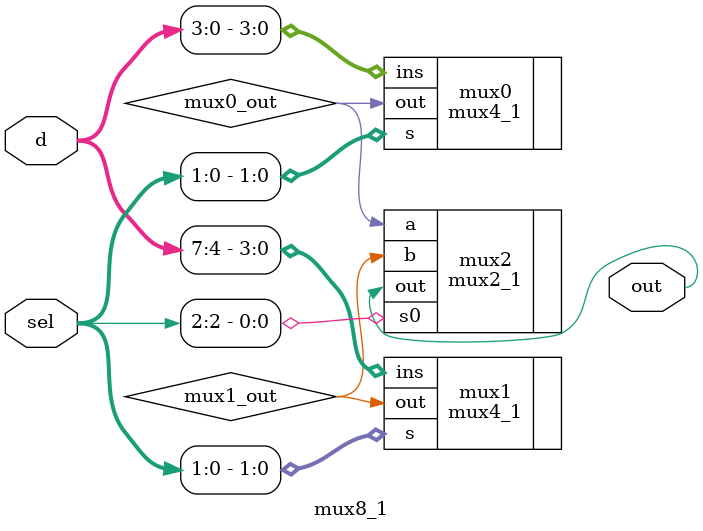
<source format=sv>

module mux8_1 (out, d, sel);
	input logic [7:0] d;
	input logic [2:0] sel;
	output logic out;
	
	logic mux0_out, mux1_out;

	mux4_1 mux0 (.s(sel[1:0]), .ins(d[3:0]), .out(mux0_out));
	mux4_1 mux1 (.s(sel[1:0]), .ins(d[7:4]), .out(mux1_out));
	mux2_1 mux2 (.s0(sel[2]), .a(mux0_out), .b(mux1_out), .out);

endmodule 
</source>
